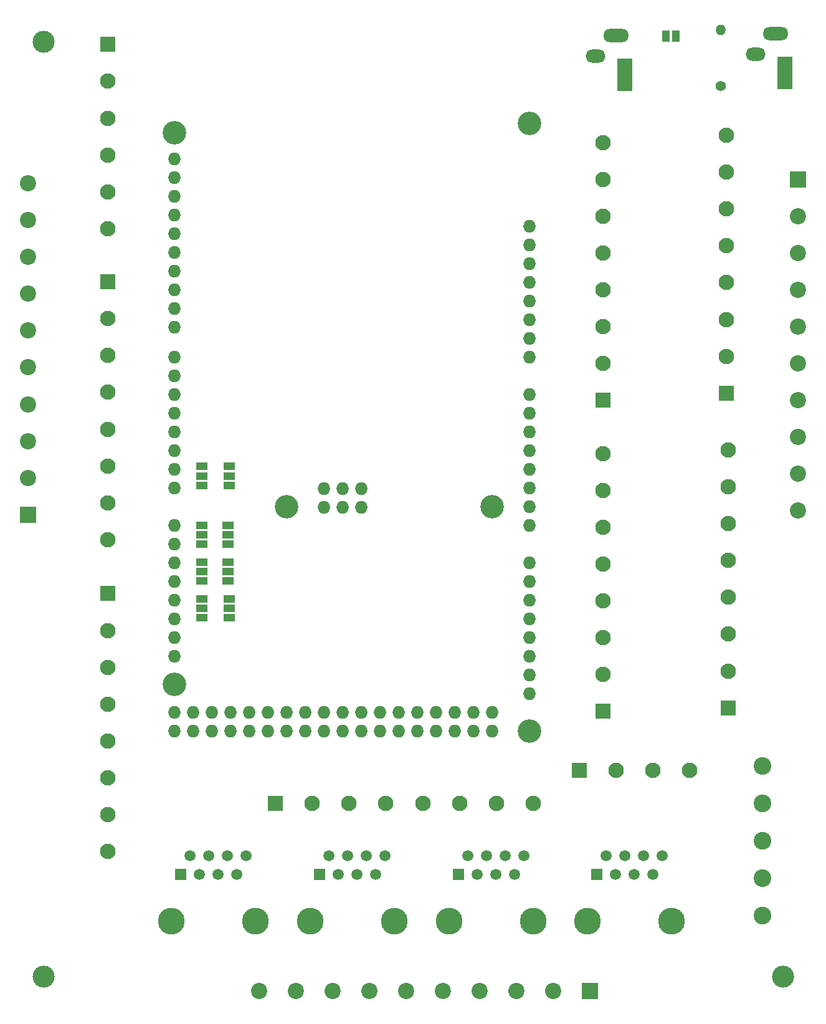
<source format=gbr>
%TF.GenerationSoftware,KiCad,Pcbnew,(6.0.7)*%
%TF.CreationDate,2022-10-05T08:11:46-05:00*%
%TF.ProjectId,FinaleBanger,46696e61-6c65-4426-916e-6765722e6b69,rev?*%
%TF.SameCoordinates,Original*%
%TF.FileFunction,Soldermask,Top*%
%TF.FilePolarity,Negative*%
%FSLAX46Y46*%
G04 Gerber Fmt 4.6, Leading zero omitted, Abs format (unit mm)*
G04 Created by KiCad (PCBNEW (6.0.7)) date 2022-10-05 08:11:46*
%MOMM*%
%LPD*%
G01*
G04 APERTURE LIST*
%ADD10R,2.100000X2.100000*%
%ADD11C,2.100000*%
%ADD12R,1.500000X1.000000*%
%ADD13R,2.300000X2.300000*%
%ADD14C,2.200000*%
%ADD15C,3.000000*%
%ADD16C,3.650000*%
%ADD17R,1.500000X1.500000*%
%ADD18C,1.500000*%
%ADD19R,2.000000X4.500000*%
%ADD20O,3.500000X1.800000*%
%ADD21O,2.700000X1.800000*%
%ADD22R,1.000000X1.500000*%
%ADD23C,2.400000*%
%ADD24C,1.400000*%
%ADD25O,1.400000X1.400000*%
%ADD26C,3.200000*%
%ADD27O,1.727200X1.727200*%
G04 APERTURE END LIST*
D10*
%TO.C,J1*%
X134000000Y-129000000D03*
D11*
X139000000Y-129000000D03*
X144000000Y-129000000D03*
X149000000Y-129000000D03*
X154000000Y-129000000D03*
X159000000Y-129000000D03*
X164000000Y-129000000D03*
X169000000Y-129000000D03*
%TD*%
D10*
%TO.C,J9*%
X195250000Y-73250000D03*
D11*
X195250000Y-68250000D03*
X195250000Y-63250000D03*
X195250000Y-58250000D03*
X195250000Y-53250000D03*
X195250000Y-48250000D03*
X195250000Y-43250000D03*
X195250000Y-38250000D03*
%TD*%
D12*
%TO.C,JP3*%
X127500000Y-93800000D03*
X127500000Y-92500000D03*
X127500000Y-91200000D03*
%TD*%
D13*
%TO.C,J14*%
X205000000Y-44235000D03*
D14*
X205000000Y-49235000D03*
X205000000Y-54235000D03*
X205000000Y-59235000D03*
X205000000Y-64235000D03*
X205000000Y-69235000D03*
X205000000Y-74235000D03*
X205000000Y-79235000D03*
X205000000Y-84235000D03*
X205000000Y-89235000D03*
%TD*%
D12*
%TO.C,JP5*%
X127500000Y-98800000D03*
X127500000Y-97500000D03*
X127500000Y-96200000D03*
%TD*%
%TO.C,JP4*%
X124000000Y-91200000D03*
X124000000Y-92500000D03*
X124000000Y-93800000D03*
%TD*%
D15*
%TO.C,REF\u002A\u002A*%
X203000000Y-152500000D03*
%TD*%
D16*
%TO.C,J2*%
X187854445Y-145000000D03*
X176424445Y-145000000D03*
D17*
X177694445Y-138650000D03*
D18*
X178964445Y-136110000D03*
X180234445Y-138650000D03*
X181504445Y-136110000D03*
X182774445Y-138650000D03*
X184044445Y-136110000D03*
X185314445Y-138650000D03*
X186584445Y-136110000D03*
%TD*%
D13*
%TO.C,J13*%
X100375000Y-89765000D03*
D14*
X100375000Y-84765000D03*
X100375000Y-79765000D03*
X100375000Y-74765000D03*
X100375000Y-69765000D03*
X100375000Y-64765000D03*
X100375000Y-59765000D03*
X100375000Y-54765000D03*
X100375000Y-49765000D03*
X100375000Y-44765000D03*
%TD*%
D16*
%TO.C,J5*%
X119861112Y-145000000D03*
X131291112Y-145000000D03*
D17*
X121131112Y-138650000D03*
D18*
X122401112Y-136110000D03*
X123671112Y-138650000D03*
X124941112Y-136110000D03*
X126211112Y-138650000D03*
X127481112Y-136110000D03*
X128751112Y-138650000D03*
X130021112Y-136110000D03*
%TD*%
D13*
%TO.C,J15*%
X176750000Y-154500000D03*
D14*
X171750000Y-154500000D03*
X166750000Y-154500000D03*
X161750000Y-154500000D03*
X156750000Y-154500000D03*
X151750000Y-154500000D03*
X146750000Y-154500000D03*
X141750000Y-154500000D03*
X136750000Y-154500000D03*
X131750000Y-154500000D03*
%TD*%
D10*
%TO.C,J7*%
X111200000Y-58150000D03*
D11*
X111200000Y-63150000D03*
X111200000Y-68150000D03*
X111200000Y-73150000D03*
X111200000Y-78150000D03*
X111200000Y-83150000D03*
X111200000Y-88150000D03*
X111200000Y-93150000D03*
%TD*%
D15*
%TO.C,REF\u002A\u002A*%
X102500000Y-152500000D03*
%TD*%
D12*
%TO.C,JP8*%
X124000000Y-83200000D03*
X124000000Y-84500000D03*
X124000000Y-85800000D03*
%TD*%
D19*
%TO.C,J17*%
X203250000Y-29750000D03*
D20*
X202000000Y-24450000D03*
D21*
X199250000Y-27250000D03*
%TD*%
D10*
%TO.C,J11*%
X111200000Y-25900000D03*
D11*
X111200000Y-30900000D03*
X111200000Y-35900000D03*
X111200000Y-40900000D03*
X111200000Y-45900000D03*
X111200000Y-50900000D03*
%TD*%
D10*
%TO.C,J8*%
X178550000Y-116500000D03*
D11*
X178550000Y-111500000D03*
X178550000Y-106500000D03*
X178550000Y-101500000D03*
X178550000Y-96500000D03*
X178550000Y-91500000D03*
X178550000Y-86500000D03*
X178550000Y-81500000D03*
%TD*%
D10*
%TO.C,J12*%
X111200000Y-100500000D03*
D11*
X111200000Y-105500000D03*
X111200000Y-110500000D03*
X111200000Y-115500000D03*
X111200000Y-120500000D03*
X111200000Y-125500000D03*
X111200000Y-130500000D03*
X111200000Y-135500000D03*
%TD*%
D10*
%TO.C,J6*%
X178550000Y-74250000D03*
D11*
X178550000Y-69250000D03*
X178550000Y-64250000D03*
X178550000Y-59250000D03*
X178550000Y-54250000D03*
X178550000Y-49250000D03*
X178550000Y-44250000D03*
X178550000Y-39250000D03*
%TD*%
D16*
%TO.C,J3*%
X157570000Y-145000000D03*
X169000000Y-145000000D03*
D17*
X158840000Y-138650000D03*
D18*
X160110000Y-136110000D03*
X161380000Y-138650000D03*
X162650000Y-136110000D03*
X163920000Y-138650000D03*
X165190000Y-136110000D03*
X166460000Y-138650000D03*
X167730000Y-136110000D03*
%TD*%
D12*
%TO.C,JP2*%
X124000000Y-101200000D03*
X124000000Y-102500000D03*
X124000000Y-103800000D03*
%TD*%
D15*
%TO.C,REF\u002A\u002A*%
X102500000Y-25500000D03*
%TD*%
D12*
%TO.C,JP6*%
X124000000Y-96200000D03*
X124000000Y-97500000D03*
X124000000Y-98800000D03*
%TD*%
%TO.C,JP1*%
X127750000Y-103800000D03*
X127750000Y-102500000D03*
X127750000Y-101200000D03*
%TD*%
%TO.C,JP7*%
X127750000Y-85800000D03*
X127750000Y-84500000D03*
X127750000Y-83200000D03*
%TD*%
D10*
%TO.C,J19*%
X175250000Y-124500000D03*
D11*
X180250000Y-124500000D03*
X185250000Y-124500000D03*
X190250000Y-124500000D03*
%TD*%
D10*
%TO.C,J10*%
X195500000Y-116000000D03*
D11*
X195500000Y-111000000D03*
X195500000Y-106000000D03*
X195500000Y-101000000D03*
X195500000Y-96000000D03*
X195500000Y-91000000D03*
X195500000Y-86000000D03*
X195500000Y-81000000D03*
%TD*%
D22*
%TO.C,JP9*%
X188400000Y-24750000D03*
X187100000Y-24750000D03*
%TD*%
D23*
%TO.C,J18*%
X200200000Y-123920000D03*
X200200000Y-129000000D03*
X200200000Y-134080000D03*
X200200000Y-139160000D03*
X200200000Y-144240000D03*
%TD*%
D19*
%TO.C,J16*%
X181500000Y-30000000D03*
D20*
X180250000Y-24700000D03*
D21*
X177500000Y-27500000D03*
%TD*%
D16*
%TO.C,J4*%
X138715556Y-145000000D03*
X150145556Y-145000000D03*
D17*
X139985556Y-138650000D03*
D18*
X141255556Y-136110000D03*
X142525556Y-138650000D03*
X143795556Y-136110000D03*
X145065556Y-138650000D03*
X146335556Y-136110000D03*
X147605556Y-138650000D03*
X148875556Y-136110000D03*
%TD*%
D24*
%TO.C,F1*%
X194500000Y-31500000D03*
D25*
X194500000Y-23880000D03*
%TD*%
D26*
%TO.C,XA1*%
X168542500Y-36595000D03*
X120282500Y-112795000D03*
X168542500Y-119145000D03*
X135522500Y-88665000D03*
D27*
X168542500Y-50565000D03*
D26*
X163462500Y-88665000D03*
X120282500Y-37865000D03*
D27*
X168542500Y-58185000D03*
X168542500Y-60725000D03*
X140602500Y-88792000D03*
X120282500Y-116605000D03*
X120282500Y-119145000D03*
X168542500Y-73425000D03*
X168542500Y-75965000D03*
X168542500Y-78505000D03*
X168542500Y-81045000D03*
X168542500Y-83585000D03*
X168542500Y-86125000D03*
X168542500Y-88665000D03*
X168542500Y-91205000D03*
X168542500Y-96285000D03*
X168542500Y-98825000D03*
X168542500Y-101365000D03*
X168542500Y-103905000D03*
X168542500Y-106445000D03*
X168542500Y-108985000D03*
X168542500Y-111525000D03*
X168542500Y-114065000D03*
X120282500Y-46501000D03*
X120282500Y-86125000D03*
X120282500Y-83585000D03*
X120282500Y-81045000D03*
X120282500Y-78505000D03*
X120282500Y-75965000D03*
X120282500Y-73425000D03*
X120282500Y-70885000D03*
X120282500Y-68345000D03*
X120282500Y-64281000D03*
X120282500Y-61741000D03*
X120282500Y-59201000D03*
X120282500Y-56661000D03*
X120282500Y-54121000D03*
X120282500Y-51581000D03*
X120282500Y-91205000D03*
X120282500Y-93745000D03*
X120282500Y-96285000D03*
X120282500Y-98825000D03*
X120282500Y-101365000D03*
X120282500Y-103905000D03*
X120282500Y-106445000D03*
X120282500Y-108985000D03*
X122822500Y-116605000D03*
X122822500Y-119145000D03*
X125362500Y-116605000D03*
X125362500Y-119145000D03*
X127902500Y-116605000D03*
X127902500Y-119145000D03*
X130442500Y-116605000D03*
X130442500Y-119145000D03*
X132982500Y-116605000D03*
X132982500Y-119145000D03*
X135522500Y-116605000D03*
X135522500Y-119145000D03*
X138062500Y-116605000D03*
X138062500Y-119145000D03*
X140602500Y-116605000D03*
X140602500Y-119145000D03*
X143142500Y-116605000D03*
X143142500Y-119145000D03*
X145682500Y-116605000D03*
X145682500Y-119145000D03*
X148222500Y-116605000D03*
X148222500Y-119145000D03*
X150762500Y-116605000D03*
X150762500Y-119145000D03*
X153302500Y-116605000D03*
X153302500Y-119145000D03*
X155842500Y-116605000D03*
X155842500Y-119145000D03*
X158382500Y-116605000D03*
X158382500Y-119145000D03*
X160922500Y-116605000D03*
X160922500Y-119145000D03*
X120282500Y-49041000D03*
X168542500Y-63265000D03*
X168542500Y-65805000D03*
X145682500Y-88792000D03*
X163462500Y-116605000D03*
X163462500Y-119145000D03*
X168542500Y-53105000D03*
X140602500Y-86252000D03*
X143142500Y-88792000D03*
X168542500Y-55645000D03*
X145682500Y-86252000D03*
X143142500Y-86252000D03*
X120282500Y-41421000D03*
X120282500Y-43961000D03*
X168542500Y-68345000D03*
%TD*%
M02*

</source>
